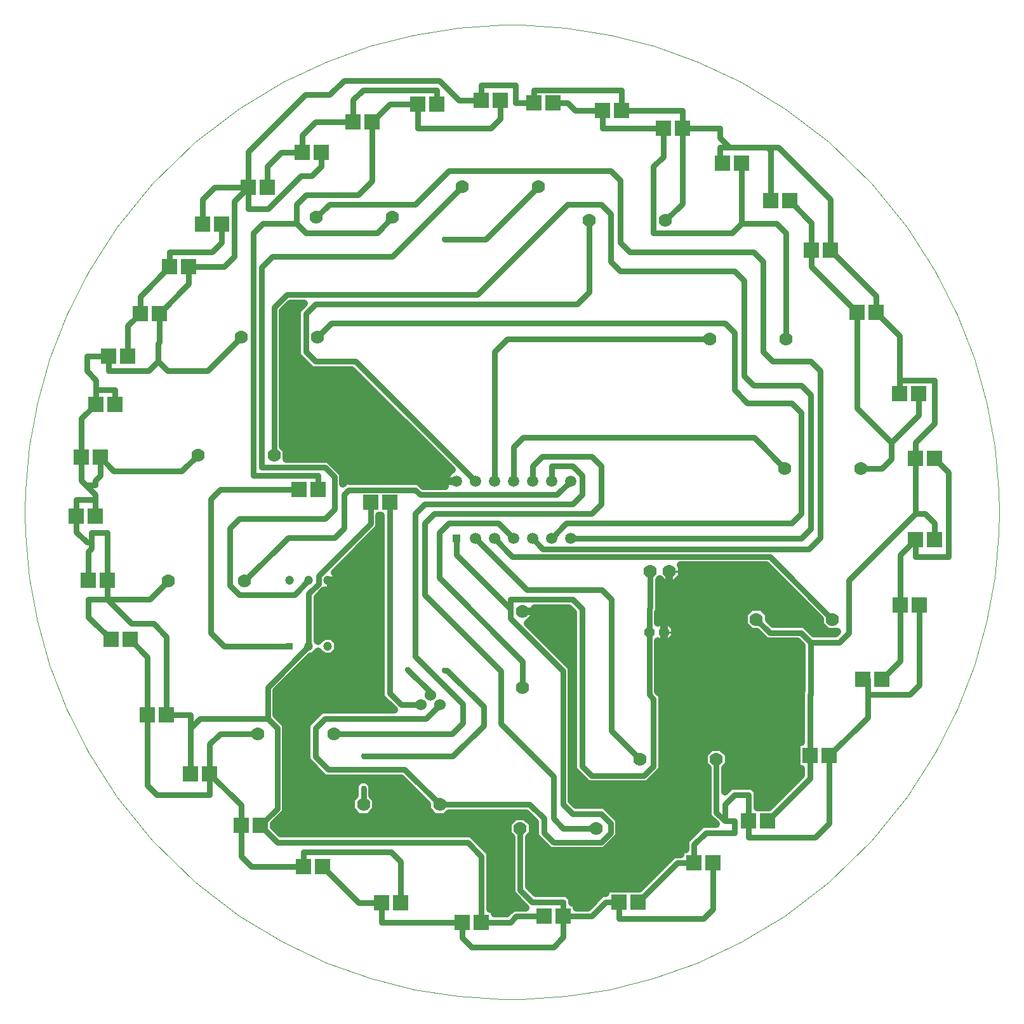
<source format=gbr>
G04 PROTEUS GERBER X2 FILE*
%TF.GenerationSoftware,Labcenter,Proteus,8.17-SP2-Build37159*%
%TF.CreationDate,2024-06-19T13:44:36+00:00*%
%TF.FileFunction,Copper,L2,Bot*%
%TF.FilePolarity,Positive*%
%TF.Part,Single*%
%TF.SameCoordinates,{1d89ed81-d2fc-43df-ac84-501309ecc539}*%
%FSLAX45Y45*%
%MOMM*%
G01*
%TA.AperFunction,Conductor*%
%ADD10C,0.762000*%
%ADD11C,1.016000*%
%TA.AperFunction,ViaPad*%
%ADD12C,0.762000*%
%TA.AperFunction,Conductor*%
%ADD20C,0.254000*%
%TA.AperFunction,ComponentPad*%
%ADD13R,1.059670X1.059670*%
%ADD14C,1.498600*%
%TA.AperFunction,ComponentPad*%
%ADD15R,0.848520X0.848520*%
%ADD16C,1.200000*%
%TA.AperFunction,ComponentPad*%
%ADD17R,2.032000X2.032000*%
%TA.AperFunction,WasherPad*%
%ADD18C,1.397000*%
%TA.AperFunction,ComponentPad*%
%ADD19C,1.524000*%
%TA.AperFunction,ComponentPad*%
%ADD70C,1.778000*%
%TA.AperFunction,Profile*%
%ADD71C,0.101600*%
%TD.AperFunction*%
%TA.AperFunction,Conductor*%
G36*
X-2811321Y+2684321D02*
X-2844799Y+2650843D01*
X-2844799Y+2048157D01*
X-2650843Y+1854201D01*
X-2115843Y+1854201D01*
X-782771Y+521129D01*
X-786600Y+521129D01*
X-875129Y+432600D01*
X-875129Y+307400D01*
X-872528Y+304799D01*
X-1159157Y+304799D01*
X-1223991Y+369633D01*
X-2081272Y+369633D01*
X-2081272Y+396265D01*
X-2119075Y+434068D01*
X-2172535Y+434068D01*
X-2210338Y+396265D01*
X-2210338Y+364304D01*
X-2235201Y+339441D01*
X-2235201Y+477193D01*
X-2429157Y+671149D01*
X-2988901Y+671149D01*
X-2988901Y+788386D01*
X-3039701Y+839186D01*
X-3039701Y+2640657D01*
X-2937157Y+2743201D01*
X-2752441Y+2743201D01*
X-2811321Y+2684321D01*
G37*
%TD.AperFunction*%
%TA.AperFunction,Conductor*%
G36*
X-1726299Y-2458500D02*
X-1726299Y-2505843D01*
X-1552441Y-2679701D01*
X-2523843Y-2679701D01*
X-2717799Y-2873657D01*
X-2717799Y-3349343D01*
X-2479318Y-3587824D01*
X-1457818Y-3587824D01*
X-1109099Y-3936543D01*
X-1109099Y-4008386D01*
X-1012386Y-4105099D01*
X-875614Y-4105099D01*
X-824814Y-4054299D01*
X+209657Y-4054299D01*
X+330201Y-4174843D01*
X+330201Y-4365343D01*
X+524157Y-4559299D01*
X+1253843Y-4559299D01*
X+1447799Y-4365343D01*
X+1447799Y-4143657D01*
X+1253843Y-3949701D01*
X+872843Y-3949701D01*
X+812799Y-3889657D01*
X+812799Y-2111657D01*
X+226241Y-1525099D01*
X+228386Y-1525099D01*
X+325099Y-1428386D01*
X+325099Y-1320799D01*
X+778157Y-1320799D01*
X+838201Y-1380843D01*
X+838201Y-3476343D01*
X+1032157Y-3670299D01*
X+1825343Y-3670299D01*
X+2019299Y-3476343D01*
X+2019299Y-2484157D01*
X+1964299Y-2429157D01*
X+1964299Y-1760843D01*
X+1989505Y-1786049D01*
X+2110495Y-1786049D01*
X+2196049Y-1700495D01*
X+2196049Y-1579505D01*
X+2110495Y-1493951D01*
X+1989505Y-1493951D01*
X+1964299Y-1519157D01*
X+1964299Y-1380843D01*
X+1980299Y-1364843D01*
X+1980299Y-949186D01*
X+1993000Y-936485D01*
X+2051614Y-995099D01*
X+2188386Y-995099D01*
X+2285099Y-898386D01*
X+2285099Y-761614D01*
X+2272784Y-749299D01*
X+3413657Y-749299D01*
X+4130901Y-1466543D01*
X+4130901Y-1538386D01*
X+4227614Y-1635099D01*
X+4362759Y-1635099D01*
X+4334157Y-1663701D01*
X+4047843Y-1663701D01*
X+3920843Y-1536701D01*
X+3508343Y-1536701D01*
X+3445099Y-1473457D01*
X+3445099Y-1401614D01*
X+3348386Y-1304901D01*
X+3211614Y-1304901D01*
X+3114901Y-1401614D01*
X+3114901Y-1538386D01*
X+3211614Y-1635099D01*
X+3283457Y-1635099D01*
X+3413657Y-1765299D01*
X+3826157Y-1765299D01*
X+3886201Y-1825344D01*
X+3886201Y-2424657D01*
X+3881701Y-2429157D01*
X+3881701Y-3112201D01*
X+3818201Y-3112201D01*
X+3818201Y-3467799D01*
X+3881701Y-3467799D01*
X+3881701Y-3546657D01*
X+3446157Y-3982201D01*
X+3290299Y-3982201D01*
X+3290299Y-3762657D01*
X+3223343Y-3695701D01*
X+2937157Y-3695701D01*
X+2860299Y-3772559D01*
X+2860299Y-3459186D01*
X+2911099Y-3408386D01*
X+2911099Y-3271614D01*
X+2814386Y-3174901D01*
X+2677614Y-3174901D01*
X+2580901Y-3271614D01*
X+2580901Y-3408386D01*
X+2631701Y-3459186D01*
X+2631701Y-4095843D01*
X+2739559Y-4203701D01*
X+2556157Y-4203701D01*
X+2335701Y-4424157D01*
X+2335701Y-4542201D01*
X+2272201Y-4542201D01*
X+2272201Y-4605701D01*
X+2176657Y-4605701D01*
X+1720157Y-5062201D01*
X+1272201Y-5062201D01*
X+1272201Y-5125700D01*
X+1222657Y-5125700D01*
X+1032656Y-5315701D01*
X+881799Y-5315701D01*
X+881799Y-5252201D01*
X+818299Y-5252201D01*
X+818299Y-5192657D01*
X+751343Y-5125701D01*
X+337343Y-5125701D01*
X+244299Y-5032657D01*
X+244299Y-4379186D01*
X+295099Y-4328386D01*
X+295099Y-4191614D01*
X+198386Y-4094901D01*
X+61614Y-4094901D01*
X-35099Y-4191614D01*
X-35099Y-4328386D01*
X+15701Y-4379186D01*
X+15701Y-5127343D01*
X+204059Y-5315701D01*
X+32657Y-5315701D01*
X-47343Y-5395701D01*
X-208201Y-5395701D01*
X-208201Y-5332201D01*
X-271701Y-5332201D01*
X-271701Y-4583157D01*
X-524157Y-4330701D01*
X-3063657Y-4330701D01*
X-3158201Y-4236157D01*
X-3158201Y-4203843D01*
X-2997201Y-4042843D01*
X-2997201Y-2873657D01*
X-3124201Y-2746656D01*
X-3124201Y-2425843D01*
X-2664557Y-1966199D01*
X-2633585Y-1966199D01*
X-2563000Y-1895614D01*
X-2492415Y-1966199D01*
X-2379585Y-1966199D01*
X-2299801Y-1886415D01*
X-2299801Y-1773585D01*
X-2379585Y-1693801D01*
X-2492415Y-1693801D01*
X-2563000Y-1764386D01*
X-2575701Y-1751685D01*
X-2575701Y-1173761D01*
X-2488139Y-1086199D01*
X-2379585Y-1086199D01*
X-2299801Y-1006415D01*
X-2299801Y-893585D01*
X-2348523Y-844864D01*
X-1748700Y-245041D01*
X-1748700Y-87799D01*
X-1726299Y-87799D01*
X-1726299Y-2458500D01*
G37*
%TD.AperFunction*%
%LPC*%
G36*
X-1845725Y-3677352D02*
X-1845725Y-3677353D01*
X-1845701Y-3677377D01*
X-1845701Y-3820814D01*
X-1794901Y-3871614D01*
X-1794901Y-4008386D01*
X-1891614Y-4105099D01*
X-2028386Y-4105099D01*
X-2125099Y-4008386D01*
X-2125099Y-3871614D01*
X-2074299Y-3820814D01*
X-2074299Y-3772064D01*
X-2074323Y-3772040D01*
X-2074323Y-3677352D01*
X-2007368Y-3610397D01*
X-1912680Y-3610397D01*
X-1845725Y-3677352D01*
G37*
G36*
X-1978189Y-821361D02*
X-1978189Y-767901D01*
X-1940386Y-730098D01*
X-1886926Y-730098D01*
X-1849123Y-767901D01*
X-1849123Y-821361D01*
X-1886926Y-859164D01*
X-1940386Y-859164D01*
X-1978189Y-821361D01*
G37*
%LPD*%
D10*
X-470000Y+370000D02*
X-2068500Y+1968500D01*
X-2603500Y+1968500D01*
X-2730500Y+2095500D01*
X-2730500Y+2603500D01*
X-2603500Y+2730500D01*
X+889000Y+2730500D01*
X+1050000Y+2891500D01*
X+1050000Y+3850000D01*
X-216000Y+370000D02*
X-216000Y+2095500D01*
X-41500Y+2270000D01*
X+2660000Y+2270000D01*
X+38000Y+370000D02*
X+38000Y+825500D01*
X+165000Y+952500D01*
X+3247500Y+952500D01*
X+3660000Y+540000D01*
X+38000Y-392000D02*
X-163500Y-190500D01*
X-825500Y-190500D01*
X-952500Y-317500D01*
X-952500Y-919500D01*
X+160000Y-2032000D01*
X+160000Y-2376000D01*
X-216000Y-392000D02*
X+27000Y-635000D01*
X+3461000Y-635000D01*
X+4296000Y-1470000D01*
X+1730000Y-3340000D02*
X+1343709Y-2953709D01*
X+1343709Y-1206500D01*
X+1216709Y-1079500D01*
X+217500Y-1079500D01*
X-470000Y-392000D01*
X+292000Y+370000D02*
X+292000Y+571500D01*
X+419000Y+698500D01*
X+1079500Y+698500D01*
X+1206500Y+571500D01*
X+1206500Y+63500D01*
X+1079500Y-63500D01*
X-1016000Y-63500D01*
X-1143000Y-190500D01*
X-1143000Y-1143000D01*
X-127000Y-2159000D01*
X-127000Y-2866359D01*
X+571500Y-3564859D01*
X+571500Y-4127500D01*
X+704000Y-4260000D01*
X+1146000Y-4260000D01*
X+546000Y+370000D02*
X+546000Y+571500D01*
X+825500Y+571500D01*
X+952500Y+444500D01*
X+952500Y+190500D01*
X+825500Y+63500D01*
X-1143000Y+63500D01*
X-1270000Y-63500D01*
X-1270000Y-1968500D01*
X-635000Y-2603500D01*
X-635000Y-2857500D01*
X-777500Y-3000000D01*
X-2354000Y-3000000D01*
X+800000Y-392000D02*
X+3873500Y-392000D01*
X+4000500Y-265000D01*
X+4000500Y+1524000D01*
X+3873500Y+1651000D01*
X+3238500Y+1651000D01*
X+3111500Y+1778000D01*
X+3111500Y+3048000D01*
X+2984500Y+3175000D01*
X+1460500Y+3175000D01*
X+1333500Y+3302000D01*
X+1333500Y+3937000D01*
X+1206500Y+4064000D01*
X+762000Y+4064000D01*
X-444500Y+2857500D01*
X-2984500Y+2857500D01*
X-3154000Y+2688000D01*
X-3154000Y+720000D01*
X-2574000Y+2290000D02*
X-2387500Y+2476500D01*
X+2857500Y+2476500D01*
X+2984500Y+2349500D01*
X+2984500Y+1587500D01*
X+3158534Y+1413466D01*
X+3746500Y+1413466D01*
X+3873500Y+1286466D01*
X+3873500Y-63500D01*
X+3746500Y-190500D01*
X+747500Y-190500D01*
X+546000Y-392000D01*
X-2590000Y+3890000D02*
X-2416000Y+4064000D01*
X-1270000Y+4064000D01*
X-825500Y+4508500D01*
X+1333500Y+4508500D01*
X+1460500Y+4381500D01*
X+1460500Y+3556000D01*
X+1587500Y+3429000D01*
X+3238500Y+3429000D01*
X+3365500Y+3302000D01*
X+3365500Y+2095500D01*
X+3492500Y+1968500D01*
X+4000500Y+1968500D01*
X+4127500Y+1841500D01*
X+4127500Y-381000D01*
X+3976585Y-531915D01*
X+431915Y-531915D01*
X+292000Y-392000D01*
X-944000Y-3940000D02*
X-1410475Y-3473525D01*
X-2431975Y-3473525D01*
X-2603500Y-3302000D01*
X-2603500Y-2921000D01*
X-2476500Y-2794000D01*
X-1127000Y-2794000D01*
X-943000Y-2610000D01*
X+1850000Y-1640000D02*
X+1850000Y-1333500D01*
X+1866000Y-1317500D01*
X+1866000Y-830000D01*
X-944000Y-3940000D02*
X+257000Y-3940000D01*
X+444500Y-4127500D01*
X+444500Y-4318000D01*
X+571500Y-4445000D01*
X+1206500Y-4445000D01*
X+1333500Y-4318000D01*
X+1333500Y-4191000D01*
X+1206500Y-4064000D01*
X+825500Y-4064000D01*
X+698500Y-3937000D01*
X+698500Y-2159000D01*
X+0Y-1460500D01*
X+0Y-1333500D01*
X+1850000Y-1640000D02*
X+1850000Y-2476500D01*
X+1905000Y-2531500D01*
X+1905000Y-3429000D01*
X+1778000Y-3556000D01*
X+1079500Y-3556000D01*
X+952500Y-3429000D01*
X+952500Y-1333500D01*
X+825500Y-1206500D01*
X+0Y-1206500D01*
X+0Y-1333500D01*
X-724000Y-609500D01*
X-724000Y-392000D01*
X+4880000Y+2620000D02*
X+5190000Y+2310000D01*
X+5190000Y+1714500D01*
X+5400000Y+680000D02*
X+5400000Y+889000D01*
X+5651500Y+1140500D01*
X+5651500Y+1714500D01*
X+5190000Y+1714500D01*
X-5790000Y-90000D02*
X-5790000Y+127000D01*
X-5536000Y+127000D01*
X-5663000Y+317500D02*
X-5536000Y+190500D01*
X-5536000Y+127000D01*
X-5530000Y+1587500D02*
X-5276000Y+1587500D01*
X-5276000Y+1400000D01*
X-5651500Y+1841500D02*
X-5530000Y+1720000D01*
X-5530000Y+1587500D01*
X-2690000Y-1830000D02*
X-3238500Y-2378500D01*
X-3238500Y-2794000D01*
X-386000Y-5510000D02*
X-386000Y-4630500D01*
X-571500Y-4445000D01*
X-3111000Y-4445000D01*
X-3336000Y-4220000D01*
X-3500000Y+4290000D02*
X-3500000Y+4762500D01*
X-2738000Y+5524500D01*
X-2413000Y+5524500D01*
X-2222500Y+5715000D01*
X-952500Y+5715000D01*
X-687500Y+5450000D01*
X-390000Y+5450000D01*
X+5397500Y-63500D02*
X+4508500Y-952500D01*
X+4508500Y-1651000D01*
X+4381500Y-1778000D01*
X+4000500Y-1778000D01*
X-4290000Y+3230000D02*
X-3818500Y+3230000D01*
X-3683000Y+3365500D01*
X-3683000Y+4107000D01*
X-3500000Y+4290000D01*
X+4270000Y+3450000D02*
X+4270000Y+4127500D01*
X+3571500Y+4826000D01*
X+3429000Y+4826000D01*
X+3470000Y+4381500D02*
X+3470000Y+4785000D01*
X+3429000Y+4826000D01*
X-4586000Y-2740000D02*
X-4586000Y-1700500D01*
X-4762500Y-1524000D01*
X-5058501Y-1524000D01*
X-5376001Y-1206500D01*
X+4270000Y+3450000D02*
X+4880000Y+2840000D01*
X+4880000Y+2620000D01*
X-4699000Y+1968500D02*
X-4572000Y+1841500D01*
X-4038500Y+1841500D01*
X-3590000Y+2290000D01*
X+3996000Y-3290000D02*
X+3996000Y-3594000D01*
X+3430000Y-4160000D01*
X+2921000Y+4826000D02*
X+3429000Y+4826000D01*
X+2794000Y+5080000D02*
X+2794000Y+4953000D01*
X+2921000Y+4826000D01*
X-3336000Y-4220000D02*
X-3111500Y-3995500D01*
X-3111500Y-2921000D01*
X-3238500Y-2794000D01*
X+3996000Y-3290000D02*
X+3996000Y-2476500D01*
X+4000500Y-2472000D01*
X+4000500Y-1778000D01*
X+3810000Y-1651000D02*
X+3873500Y-1651000D01*
X+4000500Y-1778000D01*
X-3500000Y+4290000D02*
X-3947500Y+4290000D01*
X-4110000Y+4127500D01*
X-4110000Y+3800000D01*
X+5190000Y+1714500D02*
X+5190000Y+1540000D01*
X+2290000Y+5080000D02*
X+2290000Y+4074000D01*
X+2066000Y+3850000D01*
X-4686000Y+2610000D02*
X-4290000Y+3006000D01*
X-4290000Y+3230000D01*
X-5376000Y-950000D02*
X-5376000Y-317500D01*
X-5588000Y-317500D01*
X-5588000Y-444500D01*
X+1484000Y+5320000D02*
X+2290000Y+5320000D01*
X+2290000Y+5080000D01*
X-5376000Y-950000D02*
X-5376001Y-950001D01*
X-5376001Y-1206500D01*
X+310000Y+5420000D02*
X+310000Y+5588000D01*
X+1484000Y+5588000D01*
X+1484000Y+5320000D01*
X+3810000Y-1651000D02*
X+3461000Y-1651000D01*
X+3280000Y-1470000D01*
X-386000Y-5510000D02*
X+0Y-5510000D01*
X+80000Y-5430000D01*
X+450000Y-5430000D01*
X-5530000Y+1400000D02*
X-5530000Y+1587500D01*
X-5470000Y+690000D02*
X-5288000Y+508000D01*
X-4382000Y+508000D01*
X-4170000Y+720000D01*
X+310000Y+5420000D02*
X+63500Y+5420000D01*
X+63500Y+5651500D01*
X-390000Y+5651500D01*
X-390000Y+5450000D01*
X-4586000Y-2740000D02*
X-4264000Y-2740000D01*
X-4264000Y-2921000D01*
X+2921000Y+4826000D02*
X+2794000Y+4826000D01*
X+2794000Y+4610000D01*
X+2826000Y+4610000D01*
X-5536000Y+127000D02*
X-5536000Y-90000D01*
X-4686000Y+2610000D02*
X-4686000Y+2222500D01*
X-4699000Y+2209500D01*
X-4699000Y+1968500D01*
X+5400000Y+680000D02*
X+5400000Y+317500D01*
X+5397500Y+315000D01*
X+5397500Y-63500D01*
X-4264000Y-2921000D02*
X-4137000Y-2794000D01*
X-3238500Y-2794000D01*
X-4264000Y-2921000D02*
X-4264000Y-3530000D01*
X-5360000Y+2040000D02*
X-5360000Y+1841500D01*
X-4826000Y+1841500D01*
X-4699000Y+1968500D01*
X-5376001Y-1206500D02*
X-4806500Y-1206500D01*
X-4560000Y-960000D01*
X-5588000Y-444500D02*
X-5588000Y-529500D01*
X-5630000Y-571500D01*
X-5630000Y-950000D01*
X+2290000Y+5080000D02*
X+2794000Y+5080000D01*
X+3470000Y+4381500D02*
X+3470000Y+4110000D01*
X-5376001Y-1206500D02*
X-5630000Y-1206500D01*
X-5630000Y-1440000D01*
X-5330000Y-1740000D01*
X-5724000Y+690000D02*
X-5724000Y+378500D01*
X-5663000Y+317500D01*
X-3500000Y+4290000D02*
X-3500000Y+4000500D01*
X-3238500Y+4000500D01*
X-2794000Y+4445000D01*
X-2653000Y+4445000D01*
X-2526000Y+4572000D01*
X-2526000Y+4760000D01*
X+5397500Y-63500D02*
X+5531000Y-63500D01*
X+5658000Y-190500D01*
X+5658000Y-410000D01*
X-5790000Y-90000D02*
X-5790000Y-306000D01*
X-5651500Y-444500D01*
X-5588000Y-444500D01*
X-5724000Y+690000D02*
X-5724000Y+1206000D01*
X-5530000Y+1400000D01*
X-5360000Y+2040000D02*
X-5651500Y+2040000D01*
X-5651500Y+1841500D01*
X-5470000Y+690000D02*
X-5470000Y+444500D01*
X-5536000Y+378500D01*
X-5536000Y+317500D01*
X-5663000Y+317500D01*
X+1230000Y+5320000D02*
X+1230000Y+5080000D01*
X+2036000Y+5080000D01*
X+1230000Y+5320000D02*
X+862000Y+5320000D01*
X+762000Y+5420000D01*
X+564000Y+5420000D01*
X+3080000Y+3810000D02*
X+3080000Y+4610000D01*
X+2036000Y+5080000D02*
X+2036000Y+4699000D01*
X+1905000Y+4568000D01*
X+1905000Y+3683000D01*
X+2953000Y+3683000D01*
X+3080000Y+3810000D01*
X+3549000Y+3810000D01*
X+3676000Y+3683000D01*
X+3676000Y+2270000D01*
X+5080000Y+889000D02*
X+5444000Y+1253000D01*
X+5444000Y+1540000D01*
X+4016000Y+3450000D02*
X+4016000Y+3230000D01*
X+4626000Y+2620000D01*
X+4016000Y+3450000D02*
X+4016000Y+3818000D01*
X+3724000Y+4110000D01*
X+4626000Y+2620000D02*
X+4626000Y+1343000D01*
X+5080000Y+889000D01*
X+5080000Y+667000D01*
X+4953000Y+540000D01*
X+4676000Y+540000D01*
X+5404000Y-410000D02*
X+5404000Y-635000D01*
X+5842000Y-635000D01*
X+5842000Y+492000D01*
X+5654000Y+680000D01*
X+5200000Y-1280000D02*
X+5200000Y-2024000D01*
X+4954000Y-2270000D01*
X+5404000Y-410000D02*
X+5200000Y-614000D01*
X+5200000Y-1280000D01*
X+4762500Y-2476500D02*
X+5327000Y-2476500D01*
X+5454000Y-2349500D01*
X+5454000Y-1280000D01*
X+4250000Y-3290000D02*
X+4762500Y-2777500D01*
X+4762500Y-2476500D01*
X+4250000Y-3290000D02*
X+4250000Y-4195500D01*
X+4064000Y-4381500D01*
X+3176000Y-4381500D01*
X+3176000Y-4160000D01*
X+4762500Y-2349500D02*
X+4762500Y-2476500D01*
X+2450000Y-4720000D02*
X+2224000Y-4720000D01*
X+1704000Y-5240000D01*
X+2857500Y-4160000D02*
X+2746000Y-4048500D01*
X+2746000Y-3340000D01*
X+4762500Y-2349500D02*
X+4762500Y-2270000D01*
X+4700000Y-2270000D01*
X+2450000Y-4720000D02*
X+2450000Y-4471500D01*
X+2603500Y-4318000D01*
X+2984500Y-4318000D01*
X+2984500Y-4160000D01*
X+2857500Y-4160000D01*
X+3176000Y-4160000D02*
X+3176000Y-3810000D01*
X+2984500Y-3810000D01*
X+2857500Y-3937000D01*
X+2857500Y-4160000D01*
X+1450000Y-5240000D02*
X+1450000Y-5461000D01*
X+2577000Y-5461000D01*
X+2704000Y-5334000D01*
X+2704000Y-4720000D01*
X+704000Y-5430000D02*
X+704000Y-5240000D01*
X+290000Y-5240000D01*
X+130000Y-5080000D01*
X+130000Y-4260000D01*
X-1720000Y-5250000D02*
X-2026000Y-5250000D01*
X-2506000Y-4770000D01*
X-640000Y-5510000D02*
X-1720000Y-5510000D01*
X-1720000Y-5250000D01*
X+704000Y-5430000D02*
X+704000Y-5709500D01*
X+571500Y-5842000D01*
X-513000Y-5842000D01*
X-640000Y-5715000D01*
X-640000Y-5510000D01*
X+1450000Y-5240000D02*
X+1449999Y-5239999D01*
X+1270000Y-5239999D01*
X+1079999Y-5430000D01*
X+704000Y-5430000D01*
X-2760000Y-4770000D02*
X-2760000Y-4572000D01*
X-1593000Y-4572000D01*
X-1466000Y-4699000D01*
X-1466000Y-5250000D01*
X-4010000Y-3530000D02*
X-4010000Y-3136500D01*
X-3873500Y-3000000D01*
X-3370000Y-3000000D01*
X-4840000Y-2740000D02*
X-4840000Y-1976000D01*
X-5076000Y-1740000D01*
X-2760000Y-4770000D02*
X-3455500Y-4770000D01*
X-3590000Y-4635500D01*
X-3590000Y-4220000D01*
X-3590000Y-3950000D01*
X-4010000Y-3530000D01*
X-4010000Y-3810000D01*
X-4713000Y-3810000D01*
X-4840000Y-3683000D01*
X-4840000Y-2740000D01*
X-4544000Y+3230000D02*
X-4544000Y+3429000D01*
X-3983000Y+3429000D01*
X-3856000Y+3556000D01*
X-3856000Y+3800000D01*
X-4940000Y+2610000D02*
X-4940000Y+2834000D01*
X-4544000Y+3230000D01*
X-4940000Y+2610000D02*
X-5106000Y+2444000D01*
X-5106000Y+2040000D01*
X-2780000Y+4760000D02*
X-2780000Y+4983500D01*
X-2603500Y+5160000D01*
X-2100000Y+5160000D01*
X-2100000Y+5456500D01*
X-1968500Y+5588000D01*
X-986000Y+5588000D01*
X-986000Y+5400000D01*
X-2780000Y+4760000D02*
X-3058000Y+4760000D01*
X-3246000Y+4572000D01*
X-3246000Y+4290000D01*
X-2857500Y+3810000D02*
X-3302000Y+3810000D01*
X-3429000Y+3683000D01*
X-3429000Y+444500D01*
X-2566000Y+444500D01*
X-2566000Y+260000D01*
X-1846000Y+5160000D02*
X-1846000Y+4377000D01*
X-2032000Y+4191000D01*
X-2730500Y+4191000D01*
X-2857500Y+4064000D01*
X-2857500Y+3810000D01*
X-2730500Y+3683000D01*
X-1781000Y+3683000D01*
X-1574000Y+3890000D01*
X-1846000Y+5160000D02*
X-1606000Y+5400000D01*
X-1240000Y+5400000D01*
X-1240000Y+5080000D01*
X-263000Y+5080000D01*
X-136000Y+5207000D01*
X-136000Y+5450000D01*
X-2820000Y+260000D02*
X-3873500Y+260000D01*
X-4000500Y+133000D01*
X-4000500Y-1651000D01*
X-3821500Y-1830000D01*
X-2944000Y-1830000D01*
X-640000Y+4300000D02*
X-1574500Y+3365500D01*
X-3175000Y+3365500D01*
X-3316900Y+3223600D01*
X-3316900Y+556850D01*
X-2476500Y+556850D01*
X-2349500Y+429850D01*
X-2349500Y+0D01*
X-2476500Y-127000D01*
X-3619500Y-127000D01*
X-3746500Y-254000D01*
X-3746500Y-1016000D01*
X-3619500Y-1143000D01*
X-2883000Y-1143000D01*
X-2690000Y-950000D01*
X-1197000Y-2610000D02*
X-1460500Y-2610000D01*
X-1612000Y-2458500D01*
X-1612000Y+90000D01*
D11*
X-2436000Y-950000D02*
X-2286000Y-1100000D01*
X-2286000Y-2095500D01*
X-2794000Y-2603500D01*
X-2794000Y-4000500D01*
X-2667000Y-4127500D01*
X-698500Y-4127500D01*
X-635000Y-4064000D01*
X+190500Y-4064000D01*
X+317500Y-4191000D01*
X+317500Y-4572000D01*
X+444500Y-4699000D01*
X+1460500Y-4699000D01*
X+1587500Y-4572000D01*
X+1587500Y-3810000D01*
X+2050000Y-1640000D02*
X+2050000Y-3665000D01*
X+1905000Y-3810000D01*
X+1587500Y-3810000D01*
X+952500Y-3810000D01*
X+825500Y-3683000D01*
X+825500Y-1487000D01*
X+698500Y-1360000D01*
X+160000Y-1360000D01*
X+2050000Y-1640000D02*
X+2050000Y-1333500D01*
X+2120000Y-1263500D01*
X+2120000Y-830000D01*
D10*
X-2690000Y-1830000D02*
X-2690000Y-1126418D01*
X-2559450Y-995868D01*
X-2559450Y-894149D01*
X-1862998Y-197697D01*
X-1862998Y+86998D01*
X-1866000Y+90000D01*
X-1960000Y-3940000D02*
X-1960000Y-3724720D01*
X-1960024Y-3724696D01*
X-1953444Y-3296976D02*
X-766976Y-3296976D01*
X-360000Y-2890000D01*
X-360000Y-2633375D01*
X-844662Y-2148713D01*
X-884145Y-2148713D01*
X-1367796Y-2145423D02*
X-1070000Y-2443219D01*
X-1070000Y-2483000D01*
X-880623Y+3594622D02*
X-329378Y+3594622D01*
X+376000Y+4300000D01*
X+800000Y+370000D02*
X+620500Y+190500D01*
X-1206500Y+190500D01*
X-1271334Y+255334D01*
X-2157666Y+255334D01*
X-2222500Y+190500D01*
X-2222500Y-254000D01*
X-2349500Y-381000D01*
X-2965000Y-381000D01*
X-3544000Y-960000D01*
D11*
X-724000Y+370000D02*
X-2136029Y+370000D01*
X-2145340Y+370000D01*
X-2145805Y+369535D01*
X-1913656Y-794631D02*
X-2069025Y-950000D01*
X-2436000Y-950000D01*
D12*
X-1960024Y-3724696D03*
X-1953444Y-3296976D03*
X-884145Y-2148713D03*
X-1367796Y-2145423D03*
X-880623Y+3594622D03*
X-2145805Y+369535D03*
X-1913656Y-794631D03*
D11*
X-2811321Y+2684321D02*
X-2844799Y+2650843D01*
X-2844799Y+2048157D01*
X-2650843Y+1854201D01*
X-2115843Y+1854201D01*
X-782771Y+521129D01*
X-786600Y+521129D01*
X-875129Y+432600D01*
X-875129Y+307400D01*
X-872528Y+304799D01*
X-1159157Y+304799D01*
X-1223991Y+369633D01*
X-2081272Y+369633D01*
X-2081272Y+396265D01*
X-2119075Y+434068D01*
X-2172535Y+434068D01*
X-2210338Y+396265D01*
X-2210338Y+364304D01*
X-2235201Y+339441D01*
X-2235201Y+477193D01*
X-2429157Y+671149D01*
X-2988901Y+671149D01*
X-2988901Y+788386D01*
X-3039701Y+839186D01*
X-3039701Y+2640657D01*
X-2937157Y+2743201D01*
X-2752441Y+2743201D01*
X-2811321Y+2684321D01*
X-1726299Y-2458500D02*
X-1726299Y-2505843D01*
X-1552441Y-2679701D01*
X-2523843Y-2679701D01*
X-2717799Y-2873657D01*
X-2717799Y-3349343D01*
X-2479318Y-3587824D01*
X-1457818Y-3587824D01*
X-1109099Y-3936543D01*
X-1109099Y-4008386D01*
X-1012386Y-4105099D01*
X-875614Y-4105099D01*
X-824814Y-4054299D01*
X+209657Y-4054299D01*
X+330201Y-4174843D01*
X+330201Y-4365343D01*
X+524157Y-4559299D01*
X+1253843Y-4559299D01*
X+1447799Y-4365343D01*
X+1447799Y-4143657D01*
X+1253843Y-3949701D01*
X+872843Y-3949701D01*
X+812799Y-3889657D01*
X+812799Y-2111657D01*
X+226241Y-1525099D01*
X+228386Y-1525099D01*
X+325099Y-1428386D01*
X+325099Y-1320799D01*
X+778157Y-1320799D01*
X+838201Y-1380843D01*
X+838201Y-3476343D01*
X+1032157Y-3670299D01*
X+1825343Y-3670299D01*
X+2019299Y-3476343D01*
X+2019299Y-2484157D01*
X+1964299Y-2429157D01*
X+1964299Y-1760843D01*
X+1989505Y-1786049D01*
X+2110495Y-1786049D01*
X+2196049Y-1700495D01*
X+2196049Y-1579505D01*
X+2110495Y-1493951D01*
X+1989505Y-1493951D01*
X+1964299Y-1519157D01*
X+1964299Y-1380843D01*
X+1980299Y-1364843D01*
X+1980299Y-949186D01*
X+1993000Y-936485D01*
X+2051614Y-995099D01*
X+2188386Y-995099D01*
X+2285099Y-898386D01*
X+2285099Y-761614D01*
X+2272784Y-749299D01*
X+3413657Y-749299D01*
X+4130901Y-1466543D01*
X+4130901Y-1538386D01*
X+4227614Y-1635099D01*
X+4362759Y-1635099D01*
X+4334157Y-1663701D01*
X+4047843Y-1663701D01*
X+3920843Y-1536701D01*
X+3508343Y-1536701D01*
X+3445099Y-1473457D01*
X+3445099Y-1401614D01*
X+3348386Y-1304901D01*
X+3211614Y-1304901D01*
X+3114901Y-1401614D01*
X+3114901Y-1538386D01*
X+3211614Y-1635099D01*
X+3283457Y-1635099D01*
X+3413657Y-1765299D01*
X+3826157Y-1765299D01*
X+3886201Y-1825344D01*
X+3886201Y-2424657D01*
X+3881701Y-2429157D01*
X+3881701Y-3112201D01*
X+3818201Y-3112201D01*
X+3818201Y-3467799D01*
X+3881701Y-3467799D01*
X+3881701Y-3546657D01*
X+3446157Y-3982201D01*
X+3290299Y-3982201D01*
X+3290299Y-3762657D01*
X+3223343Y-3695701D01*
X+2937157Y-3695701D01*
X+2860299Y-3772559D01*
X+2860299Y-3459186D01*
X+2911099Y-3408386D01*
X+2911099Y-3271614D01*
X+2814386Y-3174901D01*
X+2677614Y-3174901D01*
X+2580901Y-3271614D01*
X+2580901Y-3408386D01*
X+2631701Y-3459186D01*
X+2631701Y-4095843D01*
X+2739559Y-4203701D01*
X+2556157Y-4203701D01*
X+2335701Y-4424157D01*
X+2335701Y-4542201D01*
X+2272201Y-4542201D01*
X+2272201Y-4605701D01*
X+2176657Y-4605701D01*
X+1720157Y-5062201D01*
X+1272201Y-5062201D01*
X+1272201Y-5125700D01*
X+1222657Y-5125700D01*
X+1032656Y-5315701D01*
X+881799Y-5315701D01*
X+881799Y-5252201D01*
X+818299Y-5252201D01*
X+818299Y-5192657D01*
X+751343Y-5125701D01*
X+337343Y-5125701D01*
X+244299Y-5032657D01*
X+244299Y-4379186D01*
X+295099Y-4328386D01*
X+295099Y-4191614D01*
X+198386Y-4094901D01*
X+61614Y-4094901D01*
X-35099Y-4191614D01*
X-35099Y-4328386D01*
X+15701Y-4379186D01*
X+15701Y-5127343D01*
X+204059Y-5315701D01*
X+32657Y-5315701D01*
X-47343Y-5395701D01*
X-208201Y-5395701D01*
X-208201Y-5332201D01*
X-271701Y-5332201D01*
X-271701Y-4583157D01*
X-524157Y-4330701D01*
X-3063657Y-4330701D01*
X-3158201Y-4236157D01*
X-3158201Y-4203843D01*
X-2997201Y-4042843D01*
X-2997201Y-2873657D01*
X-3124201Y-2746656D01*
X-3124201Y-2425843D01*
X-2664557Y-1966199D01*
X-2633585Y-1966199D01*
X-2563000Y-1895614D01*
X-2492415Y-1966199D01*
X-2379585Y-1966199D01*
X-2299801Y-1886415D01*
X-2299801Y-1773585D01*
X-2379585Y-1693801D01*
X-2492415Y-1693801D01*
X-2563000Y-1764386D01*
X-2575701Y-1751685D01*
X-2575701Y-1173761D01*
X-2488139Y-1086199D01*
X-2379585Y-1086199D01*
X-2299801Y-1006415D01*
X-2299801Y-893585D01*
X-2348523Y-844864D01*
X-1748700Y-245041D01*
X-1748700Y-87799D01*
X-1726299Y-87799D01*
X-1726299Y-2458500D01*
X-1845725Y-3677352D02*
X-1845725Y-3677353D01*
X-1845701Y-3677377D01*
X-1845701Y-3820814D01*
X-1794901Y-3871614D01*
X-1794901Y-4008386D01*
X-1891614Y-4105099D01*
X-2028386Y-4105099D01*
X-2125099Y-4008386D01*
X-2125099Y-3871614D01*
X-2074299Y-3820814D01*
X-2074299Y-3772064D01*
X-2074323Y-3772040D01*
X-2074323Y-3677352D01*
X-2007368Y-3610397D01*
X-1912680Y-3610397D01*
X-1845725Y-3677352D01*
X-1978189Y-821361D02*
X-1978189Y-767901D01*
X-1940386Y-730098D01*
X-1886926Y-730098D01*
X-1849123Y-767901D01*
X-1849123Y-821361D01*
X-1886926Y-859164D01*
X-1940386Y-859164D01*
X-1978189Y-821361D01*
D20*
X-824329Y+370000D02*
X-724000Y+370000D01*
X-2436000Y-1035399D02*
X-2436000Y-950000D01*
X-2350601Y-950000D02*
X-2436000Y-950000D01*
X+2145249Y-1640000D02*
X+2050000Y-1640000D01*
X+2050000Y-1735249D02*
X+2050000Y-1640000D01*
X+2050000Y-1544751D02*
X+2050000Y-1640000D01*
X+2234299Y-830000D02*
X+2120000Y-830000D01*
X+2120000Y-944299D02*
X+2120000Y-830000D01*
X+274299Y-1360000D02*
X+160000Y-1360000D01*
D13*
X-724000Y-392000D03*
D14*
X-470000Y-392000D03*
X-216000Y-392000D03*
X+38000Y-392000D03*
X+292000Y-392000D03*
X+546000Y-392000D03*
X+800000Y-392000D03*
X+800000Y+370000D03*
X+546000Y+370000D03*
X+292000Y+370000D03*
X+38000Y+370000D03*
X-216000Y+370000D03*
X-470000Y+370000D03*
X-724000Y+370000D03*
D15*
X-2944000Y-1830000D03*
D16*
X-2690000Y-1830000D03*
X-2436000Y-1830000D03*
X-2436000Y-950000D03*
X-2690000Y-950000D03*
X-2944000Y-950000D03*
D17*
X-1612000Y+90000D03*
X-1866000Y+90000D03*
X-2820000Y+260000D03*
X-2566000Y+260000D03*
X+310000Y+5420000D03*
X+564000Y+5420000D03*
X+1230000Y+5320000D03*
X+1484000Y+5320000D03*
X+2036000Y+5080000D03*
X+2290000Y+5080000D03*
X+2826000Y+4610000D03*
X+3080000Y+4610000D03*
X+3470000Y+4110000D03*
X+3724000Y+4110000D03*
X+4016000Y+3450000D03*
X+4270000Y+3450000D03*
X+4626000Y+2620000D03*
X+4880000Y+2620000D03*
X+5190000Y+1540000D03*
X+5444000Y+1540000D03*
X+5400000Y+680000D03*
X+5654000Y+680000D03*
X+5404000Y-410000D03*
X+5658000Y-410000D03*
X+5200000Y-1280000D03*
X+5454000Y-1280000D03*
X+4700000Y-2270000D03*
X+4954000Y-2270000D03*
X+3996000Y-3290000D03*
X+4250000Y-3290000D03*
X+3176000Y-4160000D03*
X+3430000Y-4160000D03*
X+2450000Y-4720000D03*
X+2704000Y-4720000D03*
X+1450000Y-5240000D03*
X+1704000Y-5240000D03*
X+450000Y-5430000D03*
X+704000Y-5430000D03*
X-640000Y-5510000D03*
X-386000Y-5510000D03*
X-1720000Y-5250000D03*
X-1466000Y-5250000D03*
X-2760000Y-4770000D03*
X-2506000Y-4770000D03*
X-3590000Y-4220000D03*
X-3336000Y-4220000D03*
X-4264000Y-3530000D03*
X-4010000Y-3530000D03*
X-4840000Y-2740000D03*
X-4586000Y-2740000D03*
X-5330000Y-1740000D03*
X-5076000Y-1740000D03*
X-5630000Y-950000D03*
X-5376000Y-950000D03*
X-5790000Y-90000D03*
X-5536000Y-90000D03*
X-5724000Y+690000D03*
X-5470000Y+690000D03*
X-5530000Y+1400000D03*
X-5276000Y+1400000D03*
X-5360000Y+2040000D03*
X-5106000Y+2040000D03*
X-4940000Y+2610000D03*
X-4686000Y+2610000D03*
X-4544000Y+3230000D03*
X-4290000Y+3230000D03*
X-4110000Y+3800000D03*
X-3856000Y+3800000D03*
X-3500000Y+4290000D03*
X-3246000Y+4290000D03*
X-2780000Y+4760000D03*
X-2526000Y+4760000D03*
X-2100000Y+5160000D03*
X-1846000Y+5160000D03*
X-1240000Y+5400000D03*
X-986000Y+5400000D03*
X-390000Y+5450000D03*
X-136000Y+5450000D03*
D18*
X+1850000Y-1640000D03*
X+2050000Y-1640000D03*
D19*
X-1197000Y-2610000D03*
X-1070000Y-2483000D03*
X-943000Y-2610000D03*
D70*
X+2120000Y-830000D03*
X+1866000Y-830000D03*
X+160000Y-1360000D03*
X+160000Y-2376000D03*
X+1050000Y+3850000D03*
X+2066000Y+3850000D03*
X+2660000Y+2270000D03*
X+3676000Y+2270000D03*
X+3660000Y+540000D03*
X+4676000Y+540000D03*
X+3280000Y-1470000D03*
X+4296000Y-1470000D03*
X+1730000Y-3340000D03*
X+2746000Y-3340000D03*
X+130000Y-4260000D03*
X+1146000Y-4260000D03*
X-3370000Y-3000000D03*
X-2354000Y-3000000D03*
X-4560000Y-960000D03*
X-3544000Y-960000D03*
X-4170000Y+720000D03*
X-3154000Y+720000D03*
X-3590000Y+2290000D03*
X-2574000Y+2290000D03*
X-2590000Y+3890000D03*
X-1574000Y+3890000D03*
X-640000Y+4300000D03*
X+376000Y+4300000D03*
X-1960000Y-3940000D03*
X-944000Y-3940000D03*
D71*
X+6517204Y-40000D02*
X+6510628Y+252247D01*
X+6457778Y+836742D01*
X+6350754Y+1421237D01*
X+6186737Y+2005732D01*
X+5961007Y+2590227D01*
X+5666169Y+3174722D01*
X+5290637Y+3759217D01*
X+4815490Y+4343712D01*
X+4240227Y+4899974D01*
X+3655732Y+5344711D01*
X+3071237Y+5696167D01*
X+2486742Y+5970727D01*
X+1902247Y+6178586D01*
X+1317752Y+6326278D01*
X+733257Y+6417935D01*
X+148762Y+6455928D01*
X+20000Y+6457204D01*
X-6477204Y-40000D02*
X-6470628Y+252247D01*
X-6417778Y+836742D01*
X-6310754Y+1421237D01*
X-6146737Y+2005732D01*
X-5921007Y+2590227D01*
X-5626169Y+3174722D01*
X-5250637Y+3759217D01*
X-4775490Y+4343712D01*
X-4200227Y+4899974D01*
X-3615732Y+5344711D01*
X-3031237Y+5696167D01*
X-2446742Y+5970727D01*
X-1862247Y+6178586D01*
X-1277752Y+6326278D01*
X-693257Y+6417935D01*
X-108762Y+6455928D01*
X+20000Y+6457204D01*
X-6477204Y-40000D02*
X-6470628Y-332247D01*
X-6417778Y-916742D01*
X-6310754Y-1501237D01*
X-6146737Y-2085732D01*
X-5921007Y-2670227D01*
X-5626169Y-3254722D01*
X-5250637Y-3839217D01*
X-4775490Y-4423712D01*
X-4200227Y-4979974D01*
X-3615732Y-5424711D01*
X-3031237Y-5776167D01*
X-2446742Y-6050727D01*
X-1862247Y-6258586D01*
X-1277752Y-6406278D01*
X-693257Y-6497935D01*
X-108762Y-6535928D01*
X+20000Y-6537204D01*
X+6517204Y-40000D02*
X+6510628Y-332247D01*
X+6457778Y-916742D01*
X+6350754Y-1501237D01*
X+6186737Y-2085732D01*
X+5961007Y-2670227D01*
X+5666169Y-3254722D01*
X+5290637Y-3839217D01*
X+4815490Y-4423712D01*
X+4240227Y-4979974D01*
X+3655732Y-5424711D01*
X+3071237Y-5776167D01*
X+2486742Y-6050727D01*
X+1902247Y-6258586D01*
X+1317752Y-6406278D01*
X+733257Y-6497935D01*
X+148762Y-6535928D01*
X+20000Y-6537204D01*
M02*

</source>
